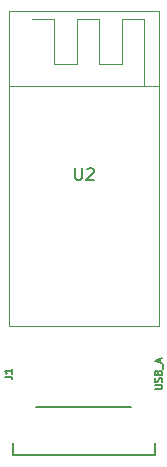
<source format=gbr>
G04 #@! TF.GenerationSoftware,KiCad,Pcbnew,(5.1.5)-3*
G04 #@! TF.CreationDate,2021-04-30T23:34:10+03:00*
G04 #@! TF.ProjectId,HM10USBDongle,484d3130-5553-4424-946f-6e676c652e6b,rev?*
G04 #@! TF.SameCoordinates,Original*
G04 #@! TF.FileFunction,Legend,Top*
G04 #@! TF.FilePolarity,Positive*
%FSLAX46Y46*%
G04 Gerber Fmt 4.6, Leading zero omitted, Abs format (unit mm)*
G04 Created by KiCad (PCBNEW (5.1.5)-3) date 2021-04-30 23:34:10*
%MOMM*%
%LPD*%
G04 APERTURE LIST*
%ADD10C,0.203200*%
%ADD11C,0.120000*%
%ADD12C,0.127000*%
%ADD13C,0.150000*%
G04 APERTURE END LIST*
D10*
X137728960Y-93997780D02*
X129733040Y-93997780D01*
X139730480Y-97995740D02*
X139730480Y-96994980D01*
X127731520Y-97995740D02*
X127731520Y-96994980D01*
X127731520Y-97995740D02*
X139730480Y-97995740D01*
D11*
X131230999Y-61089000D02*
X129325999Y-61089000D01*
X131230999Y-64899000D02*
X131230999Y-61089000D01*
X133135999Y-64899000D02*
X131230999Y-64899000D01*
X133135999Y-61089000D02*
X133135999Y-64899000D01*
X135040999Y-61089000D02*
X133135999Y-61089000D01*
X135040999Y-64899000D02*
X135040999Y-61089000D01*
X136945999Y-64899000D02*
X135040999Y-64899000D01*
X136945999Y-61089000D02*
X136945999Y-64899000D01*
X138850999Y-61089000D02*
X136945999Y-61089000D01*
X138850999Y-66804000D02*
X138850999Y-61089000D01*
X127420999Y-66804000D02*
X140120999Y-66804000D01*
X127420999Y-87124000D02*
X127420999Y-60454000D01*
X140120999Y-87124000D02*
X127420999Y-87124000D01*
X140120999Y-60454000D02*
X140120999Y-87124000D01*
X127420999Y-60454000D02*
X140120999Y-60454000D01*
D12*
X127047171Y-91389200D02*
X127482600Y-91389200D01*
X127569685Y-91418228D01*
X127627742Y-91476285D01*
X127656771Y-91563371D01*
X127656771Y-91621428D01*
X127656771Y-90779600D02*
X127656771Y-91127942D01*
X127656771Y-90953771D02*
X127047171Y-90953771D01*
X127134257Y-91011828D01*
X127192314Y-91069885D01*
X127221342Y-91127942D01*
X139747171Y-92448742D02*
X140240657Y-92448742D01*
X140298714Y-92419714D01*
X140327742Y-92390685D01*
X140356771Y-92332628D01*
X140356771Y-92216514D01*
X140327742Y-92158457D01*
X140298714Y-92129428D01*
X140240657Y-92100400D01*
X139747171Y-92100400D01*
X140327742Y-91839142D02*
X140356771Y-91752057D01*
X140356771Y-91606914D01*
X140327742Y-91548857D01*
X140298714Y-91519828D01*
X140240657Y-91490800D01*
X140182600Y-91490800D01*
X140124542Y-91519828D01*
X140095514Y-91548857D01*
X140066485Y-91606914D01*
X140037457Y-91723028D01*
X140008428Y-91781085D01*
X139979400Y-91810114D01*
X139921342Y-91839142D01*
X139863285Y-91839142D01*
X139805228Y-91810114D01*
X139776200Y-91781085D01*
X139747171Y-91723028D01*
X139747171Y-91577885D01*
X139776200Y-91490800D01*
X140037457Y-91026342D02*
X140066485Y-90939257D01*
X140095514Y-90910228D01*
X140153571Y-90881200D01*
X140240657Y-90881200D01*
X140298714Y-90910228D01*
X140327742Y-90939257D01*
X140356771Y-90997314D01*
X140356771Y-91229542D01*
X139747171Y-91229542D01*
X139747171Y-91026342D01*
X139776200Y-90968285D01*
X139805228Y-90939257D01*
X139863285Y-90910228D01*
X139921342Y-90910228D01*
X139979400Y-90939257D01*
X140008428Y-90968285D01*
X140037457Y-91026342D01*
X140037457Y-91229542D01*
X140414828Y-90765085D02*
X140414828Y-90300628D01*
X140182600Y-90184514D02*
X140182600Y-89894228D01*
X140356771Y-90242571D02*
X139747171Y-90039371D01*
X140356771Y-89836171D01*
D13*
X133009094Y-73741380D02*
X133009094Y-74550904D01*
X133056713Y-74646142D01*
X133104332Y-74693761D01*
X133199570Y-74741380D01*
X133390046Y-74741380D01*
X133485284Y-74693761D01*
X133532903Y-74646142D01*
X133580522Y-74550904D01*
X133580522Y-73741380D01*
X134009094Y-73836619D02*
X134056713Y-73789000D01*
X134151951Y-73741380D01*
X134390046Y-73741380D01*
X134485284Y-73789000D01*
X134532903Y-73836619D01*
X134580522Y-73931857D01*
X134580522Y-74027095D01*
X134532903Y-74169952D01*
X133961475Y-74741380D01*
X134580522Y-74741380D01*
M02*

</source>
